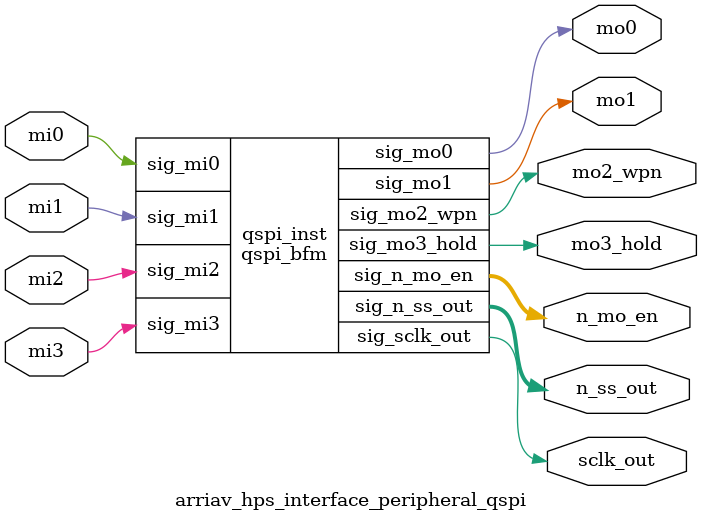
<source format=sv>


module qspi_bfm
(
   sig_mi0,
   sig_mi1,
   sig_mi2,
   sig_mi3,
   sig_mo0,
   sig_mo1,
   sig_mo2_wpn,
   sig_mo3_hold,
   sig_n_mo_en,
   sig_n_ss_out,
   sig_sclk_out
);

   //--------------------------------------------------------------------------
   // =head1 PINS 
   // =head2 User defined interface
   //--------------------------------------------------------------------------
   input sig_mi0;
   input sig_mi1;
   input sig_mi2;
   input sig_mi3;
   output sig_mo0;
   output sig_mo1;
   output sig_mo2_wpn;
   output sig_mo3_hold;
   output [3 : 0] sig_n_mo_en;
   output [3 : 0] sig_n_ss_out;
   output sig_sclk_out;

   // synthesis translate_off
   import verbosity_pkg::*;
   
   typedef logic ROLE_mi0_t;
   typedef logic ROLE_mi1_t;
   typedef logic ROLE_mi2_t;
   typedef logic ROLE_mi3_t;
   typedef logic ROLE_mo0_t;
   typedef logic ROLE_mo1_t;
   typedef logic ROLE_mo2_wpn_t;
   typedef logic ROLE_mo3_hold_t;
   typedef logic [3 : 0] ROLE_n_mo_en_t;
   typedef logic [3 : 0] ROLE_n_ss_out_t;
   typedef logic ROLE_sclk_out_t;

   logic [0 : 0] mi0_in;
   logic [0 : 0] mi0_local;
   logic [0 : 0] mi1_in;
   logic [0 : 0] mi1_local;
   logic [0 : 0] mi2_in;
   logic [0 : 0] mi2_local;
   logic [0 : 0] mi3_in;
   logic [0 : 0] mi3_local;
   reg mo0_temp;
   reg mo0_out;
   reg mo1_temp;
   reg mo1_out;
   reg mo2_wpn_temp;
   reg mo2_wpn_out;
   reg mo3_hold_temp;
   reg mo3_hold_out;
   reg [3 : 0] n_mo_en_temp;
   reg [3 : 0] n_mo_en_out;
   reg [3 : 0] n_ss_out_temp;
   reg [3 : 0] n_ss_out_out;
   reg sclk_out_temp;
   reg sclk_out_out;

   //--------------------------------------------------------------------------
   // =head1 Public Methods API
   // =pod
   // This section describes the public methods in the application programming
   // interface (API). The application program interface provides methods for 
   // a testbench which instantiates, controls and queries state in this BFM 
   // component. Test programs must only use these public access methods and 
   // events to communicate with this BFM component. The API and module pins
   // are the only interfaces of this component that are guaranteed to be
   // stable. The API will be maintained for the life of the product. 
   // While we cannot prevent a test program from directly accessing internal
   // tasks, functions, or data private to the BFM, there is no guarantee that
   // these will be present in the future. In fact, it is best for the user
   // to assume that the underlying implementation of this component can 
   // and will change.
   // =cut
   //--------------------------------------------------------------------------
   
   event signal_input_mi0_change;
   event signal_input_mi1_change;
   event signal_input_mi2_change;
   event signal_input_mi3_change;
   
   function automatic string get_version();  // public
      // Return BFM version string. For example, version 9.1 sp1 is "9.1sp1" 
      string ret_version = "12.1";
      return ret_version;
   endfunction

   // -------------------------------------------------------
   // mi0
   // -------------------------------------------------------
   function automatic ROLE_mi0_t get_mi0();
   
      // Gets the mi0 input value.
      $sformat(message, "%m: called get_mi0");
      print(VERBOSITY_DEBUG, message);
      return mi0_in;
      
   endfunction

   // -------------------------------------------------------
   // mi1
   // -------------------------------------------------------
   function automatic ROLE_mi1_t get_mi1();
   
      // Gets the mi1 input value.
      $sformat(message, "%m: called get_mi1");
      print(VERBOSITY_DEBUG, message);
      return mi1_in;
      
   endfunction

   // -------------------------------------------------------
   // mi2
   // -------------------------------------------------------
   function automatic ROLE_mi2_t get_mi2();
   
      // Gets the mi2 input value.
      $sformat(message, "%m: called get_mi2");
      print(VERBOSITY_DEBUG, message);
      return mi2_in;
      
   endfunction

   // -------------------------------------------------------
   // mi3
   // -------------------------------------------------------
   function automatic ROLE_mi3_t get_mi3();
   
      // Gets the mi3 input value.
      $sformat(message, "%m: called get_mi3");
      print(VERBOSITY_DEBUG, message);
      return mi3_in;
      
   endfunction

   // -------------------------------------------------------
   // mo0
   // -------------------------------------------------------

   function automatic void set_mo0 (
      ROLE_mo0_t new_value
   );
      // Drive the new value to mo0.
      
      $sformat(message, "%m: method called arg0 %0d", new_value); 
      print(VERBOSITY_DEBUG, message);
      
      mo0_temp = new_value;
   endfunction

   // -------------------------------------------------------
   // mo1
   // -------------------------------------------------------

   function automatic void set_mo1 (
      ROLE_mo1_t new_value
   );
      // Drive the new value to mo1.
      
      $sformat(message, "%m: method called arg0 %0d", new_value); 
      print(VERBOSITY_DEBUG, message);
      
      mo1_temp = new_value;
   endfunction

   // -------------------------------------------------------
   // mo2_wpn
   // -------------------------------------------------------

   function automatic void set_mo2_wpn (
      ROLE_mo2_wpn_t new_value
   );
      // Drive the new value to mo2_wpn.
      
      $sformat(message, "%m: method called arg0 %0d", new_value); 
      print(VERBOSITY_DEBUG, message);
      
      mo2_wpn_temp = new_value;
   endfunction

   // -------------------------------------------------------
   // mo3_hold
   // -------------------------------------------------------

   function automatic void set_mo3_hold (
      ROLE_mo3_hold_t new_value
   );
      // Drive the new value to mo3_hold.
      
      $sformat(message, "%m: method called arg0 %0d", new_value); 
      print(VERBOSITY_DEBUG, message);
      
      mo3_hold_temp = new_value;
   endfunction

   // -------------------------------------------------------
   // n_mo_en
   // -------------------------------------------------------

   function automatic void set_n_mo_en (
      ROLE_n_mo_en_t new_value
   );
      // Drive the new value to n_mo_en.
      
      $sformat(message, "%m: method called arg0 %0d", new_value); 
      print(VERBOSITY_DEBUG, message);
      
      n_mo_en_temp = new_value;
   endfunction

   // -------------------------------------------------------
   // n_ss_out
   // -------------------------------------------------------

   function automatic void set_n_ss_out (
      ROLE_n_ss_out_t new_value
   );
      // Drive the new value to n_ss_out.
      
      $sformat(message, "%m: method called arg0 %0d", new_value); 
      print(VERBOSITY_DEBUG, message);
      
      n_ss_out_temp = new_value;
   endfunction

   // -------------------------------------------------------
   // sclk_out
   // -------------------------------------------------------

   function automatic void set_sclk_out (
      ROLE_sclk_out_t new_value
   );
      // Drive the new value to sclk_out.
      
      $sformat(message, "%m: method called arg0 %0d", new_value); 
      print(VERBOSITY_DEBUG, message);
      
      sclk_out_temp = new_value;
   endfunction

   assign mi0_in = sig_mi0;
   assign mi1_in = sig_mi1;
   assign mi2_in = sig_mi2;
   assign mi3_in = sig_mi3;
   assign sig_mo0 = mo0_temp;
   assign sig_mo1 = mo1_temp;
   assign sig_mo2_wpn = mo2_wpn_temp;
   assign sig_mo3_hold = mo3_hold_temp;
   assign sig_n_mo_en = n_mo_en_temp;
   assign sig_n_ss_out = n_ss_out_temp;
   assign sig_sclk_out = sclk_out_temp;


   always @(mi0_in) begin
      if (mi0_local != mi0_in)
         -> signal_input_mi0_change;
      mi0_local = mi0_in;
   end
   
   always @(mi1_in) begin
      if (mi1_local != mi1_in)
         -> signal_input_mi1_change;
      mi1_local = mi1_in;
   end
   
   always @(mi2_in) begin
      if (mi2_local != mi2_in)
         -> signal_input_mi2_change;
      mi2_local = mi2_in;
   end
   
   always @(mi3_in) begin
      if (mi3_local != mi3_in)
         -> signal_input_mi3_change;
      mi3_local = mi3_in;
   end
   


// synthesis translate_on

endmodule

module cyclonev_hps_interface_peripheral_qspi (
   input  wire       mi0,
   input  wire       mi1,
   input  wire       mi2,
   input  wire       mi3,
   output wire       mo0,
   output wire       mo1,
   output wire       mo2_wpn,
   output wire       mo3_hold,
   output wire [3:0] n_mo_en,
   output wire [3:0] n_ss_out,
   output wire       sclk_out
);

   qspi_bfm qspi_inst (
      .sig_mi0(mi0),
      .sig_mi1(mi1),
      .sig_mi2(mi2),
      .sig_mi3(mi3),
      .sig_mo0(mo0),
      .sig_mo1(mo1),
      .sig_mo2_wpn(mo2_wpn),
      .sig_mo3_hold(mo3_hold),
      .sig_n_mo_en(n_mo_en),
      .sig_n_ss_out(n_ss_out),
      .sig_sclk_out(sclk_out)
   );

endmodule 

module arriav_hps_interface_peripheral_qspi (
   input  wire       mi0,
   input  wire       mi1,
   input  wire       mi2,
   input  wire       mi3,
   output wire       mo0,
   output wire       mo1,
   output wire       mo2_wpn,
   output wire       mo3_hold,
   output wire [3:0] n_mo_en,
   output wire [3:0] n_ss_out,
   output wire       sclk_out
);

   qspi_bfm qspi_inst (
      .sig_mi0(mi0),
      .sig_mi1(mi1),
      .sig_mi2(mi2),
      .sig_mi3(mi3),
      .sig_mo0(mo0),
      .sig_mo1(mo1),
      .sig_mo2_wpn(mo2_wpn),
      .sig_mo3_hold(mo3_hold),
      .sig_n_mo_en(n_mo_en),
      .sig_n_ss_out(n_ss_out),
      .sig_sclk_out(sclk_out)
   );

endmodule 

</source>
